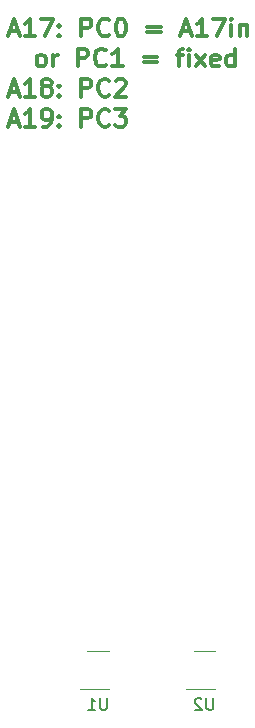
<source format=gbr>
G04 #@! TF.FileFunction,Legend,Bot*
%FSLAX46Y46*%
G04 Gerber Fmt 4.6, Leading zero omitted, Abs format (unit mm)*
G04 Created by KiCad (PCBNEW 4.0.7) date 05/26/18 16:35:29*
%MOMM*%
%LPD*%
G01*
G04 APERTURE LIST*
%ADD10C,0.100000*%
%ADD11C,0.300000*%
%ADD12C,0.120000*%
%ADD13C,0.150000*%
G04 APERTURE END LIST*
D10*
D11*
X88967274Y-98070720D02*
X89681560Y-98070720D01*
X88824417Y-98499291D02*
X89324417Y-96999291D01*
X89824417Y-98499291D01*
X91110131Y-98499291D02*
X90252988Y-98499291D01*
X90681560Y-98499291D02*
X90681560Y-96999291D01*
X90538703Y-97213577D01*
X90395845Y-97356434D01*
X90252988Y-97427863D01*
X91610131Y-96999291D02*
X92610131Y-96999291D01*
X91967274Y-98499291D01*
X93181559Y-98356434D02*
X93252987Y-98427863D01*
X93181559Y-98499291D01*
X93110130Y-98427863D01*
X93181559Y-98356434D01*
X93181559Y-98499291D01*
X93181559Y-97570720D02*
X93252987Y-97642149D01*
X93181559Y-97713577D01*
X93110130Y-97642149D01*
X93181559Y-97570720D01*
X93181559Y-97713577D01*
X95038702Y-98499291D02*
X95038702Y-96999291D01*
X95610130Y-96999291D01*
X95752988Y-97070720D01*
X95824416Y-97142149D01*
X95895845Y-97285006D01*
X95895845Y-97499291D01*
X95824416Y-97642149D01*
X95752988Y-97713577D01*
X95610130Y-97785006D01*
X95038702Y-97785006D01*
X97395845Y-98356434D02*
X97324416Y-98427863D01*
X97110130Y-98499291D01*
X96967273Y-98499291D01*
X96752988Y-98427863D01*
X96610130Y-98285006D01*
X96538702Y-98142149D01*
X96467273Y-97856434D01*
X96467273Y-97642149D01*
X96538702Y-97356434D01*
X96610130Y-97213577D01*
X96752988Y-97070720D01*
X96967273Y-96999291D01*
X97110130Y-96999291D01*
X97324416Y-97070720D01*
X97395845Y-97142149D01*
X98324416Y-96999291D02*
X98467273Y-96999291D01*
X98610130Y-97070720D01*
X98681559Y-97142149D01*
X98752988Y-97285006D01*
X98824416Y-97570720D01*
X98824416Y-97927863D01*
X98752988Y-98213577D01*
X98681559Y-98356434D01*
X98610130Y-98427863D01*
X98467273Y-98499291D01*
X98324416Y-98499291D01*
X98181559Y-98427863D01*
X98110130Y-98356434D01*
X98038702Y-98213577D01*
X97967273Y-97927863D01*
X97967273Y-97570720D01*
X98038702Y-97285006D01*
X98110130Y-97142149D01*
X98181559Y-97070720D01*
X98324416Y-96999291D01*
X100610130Y-97713577D02*
X101752987Y-97713577D01*
X101752987Y-98142149D02*
X100610130Y-98142149D01*
X103538701Y-98070720D02*
X104252987Y-98070720D01*
X103395844Y-98499291D02*
X103895844Y-96999291D01*
X104395844Y-98499291D01*
X105681558Y-98499291D02*
X104824415Y-98499291D01*
X105252987Y-98499291D02*
X105252987Y-96999291D01*
X105110130Y-97213577D01*
X104967272Y-97356434D01*
X104824415Y-97427863D01*
X106181558Y-96999291D02*
X107181558Y-96999291D01*
X106538701Y-98499291D01*
X107752986Y-98499291D02*
X107752986Y-97499291D01*
X107752986Y-96999291D02*
X107681557Y-97070720D01*
X107752986Y-97142149D01*
X107824414Y-97070720D01*
X107752986Y-96999291D01*
X107752986Y-97142149D01*
X108467272Y-97499291D02*
X108467272Y-98499291D01*
X108467272Y-97642149D02*
X108538700Y-97570720D01*
X108681558Y-97499291D01*
X108895843Y-97499291D01*
X109038700Y-97570720D01*
X109110129Y-97713577D01*
X109110129Y-98499291D01*
X91538703Y-101049291D02*
X91395845Y-100977863D01*
X91324417Y-100906434D01*
X91252988Y-100763577D01*
X91252988Y-100335006D01*
X91324417Y-100192149D01*
X91395845Y-100120720D01*
X91538703Y-100049291D01*
X91752988Y-100049291D01*
X91895845Y-100120720D01*
X91967274Y-100192149D01*
X92038703Y-100335006D01*
X92038703Y-100763577D01*
X91967274Y-100906434D01*
X91895845Y-100977863D01*
X91752988Y-101049291D01*
X91538703Y-101049291D01*
X92681560Y-101049291D02*
X92681560Y-100049291D01*
X92681560Y-100335006D02*
X92752988Y-100192149D01*
X92824417Y-100120720D01*
X92967274Y-100049291D01*
X93110131Y-100049291D01*
X94752988Y-101049291D02*
X94752988Y-99549291D01*
X95324416Y-99549291D01*
X95467274Y-99620720D01*
X95538702Y-99692149D01*
X95610131Y-99835006D01*
X95610131Y-100049291D01*
X95538702Y-100192149D01*
X95467274Y-100263577D01*
X95324416Y-100335006D01*
X94752988Y-100335006D01*
X97110131Y-100906434D02*
X97038702Y-100977863D01*
X96824416Y-101049291D01*
X96681559Y-101049291D01*
X96467274Y-100977863D01*
X96324416Y-100835006D01*
X96252988Y-100692149D01*
X96181559Y-100406434D01*
X96181559Y-100192149D01*
X96252988Y-99906434D01*
X96324416Y-99763577D01*
X96467274Y-99620720D01*
X96681559Y-99549291D01*
X96824416Y-99549291D01*
X97038702Y-99620720D01*
X97110131Y-99692149D01*
X98538702Y-101049291D02*
X97681559Y-101049291D01*
X98110131Y-101049291D02*
X98110131Y-99549291D01*
X97967274Y-99763577D01*
X97824416Y-99906434D01*
X97681559Y-99977863D01*
X100324416Y-100263577D02*
X101467273Y-100263577D01*
X101467273Y-100692149D02*
X100324416Y-100692149D01*
X103110130Y-100049291D02*
X103681559Y-100049291D01*
X103324416Y-101049291D02*
X103324416Y-99763577D01*
X103395844Y-99620720D01*
X103538702Y-99549291D01*
X103681559Y-99549291D01*
X104181559Y-101049291D02*
X104181559Y-100049291D01*
X104181559Y-99549291D02*
X104110130Y-99620720D01*
X104181559Y-99692149D01*
X104252987Y-99620720D01*
X104181559Y-99549291D01*
X104181559Y-99692149D01*
X104752988Y-101049291D02*
X105538702Y-100049291D01*
X104752988Y-100049291D02*
X105538702Y-101049291D01*
X106681559Y-100977863D02*
X106538702Y-101049291D01*
X106252988Y-101049291D01*
X106110131Y-100977863D01*
X106038702Y-100835006D01*
X106038702Y-100263577D01*
X106110131Y-100120720D01*
X106252988Y-100049291D01*
X106538702Y-100049291D01*
X106681559Y-100120720D01*
X106752988Y-100263577D01*
X106752988Y-100406434D01*
X106038702Y-100549291D01*
X108038702Y-101049291D02*
X108038702Y-99549291D01*
X108038702Y-100977863D02*
X107895845Y-101049291D01*
X107610131Y-101049291D01*
X107467273Y-100977863D01*
X107395845Y-100906434D01*
X107324416Y-100763577D01*
X107324416Y-100335006D01*
X107395845Y-100192149D01*
X107467273Y-100120720D01*
X107610131Y-100049291D01*
X107895845Y-100049291D01*
X108038702Y-100120720D01*
X88967274Y-103170720D02*
X89681560Y-103170720D01*
X88824417Y-103599291D02*
X89324417Y-102099291D01*
X89824417Y-103599291D01*
X91110131Y-103599291D02*
X90252988Y-103599291D01*
X90681560Y-103599291D02*
X90681560Y-102099291D01*
X90538703Y-102313577D01*
X90395845Y-102456434D01*
X90252988Y-102527863D01*
X91967274Y-102742149D02*
X91824416Y-102670720D01*
X91752988Y-102599291D01*
X91681559Y-102456434D01*
X91681559Y-102385006D01*
X91752988Y-102242149D01*
X91824416Y-102170720D01*
X91967274Y-102099291D01*
X92252988Y-102099291D01*
X92395845Y-102170720D01*
X92467274Y-102242149D01*
X92538702Y-102385006D01*
X92538702Y-102456434D01*
X92467274Y-102599291D01*
X92395845Y-102670720D01*
X92252988Y-102742149D01*
X91967274Y-102742149D01*
X91824416Y-102813577D01*
X91752988Y-102885006D01*
X91681559Y-103027863D01*
X91681559Y-103313577D01*
X91752988Y-103456434D01*
X91824416Y-103527863D01*
X91967274Y-103599291D01*
X92252988Y-103599291D01*
X92395845Y-103527863D01*
X92467274Y-103456434D01*
X92538702Y-103313577D01*
X92538702Y-103027863D01*
X92467274Y-102885006D01*
X92395845Y-102813577D01*
X92252988Y-102742149D01*
X93181559Y-103456434D02*
X93252987Y-103527863D01*
X93181559Y-103599291D01*
X93110130Y-103527863D01*
X93181559Y-103456434D01*
X93181559Y-103599291D01*
X93181559Y-102670720D02*
X93252987Y-102742149D01*
X93181559Y-102813577D01*
X93110130Y-102742149D01*
X93181559Y-102670720D01*
X93181559Y-102813577D01*
X95038702Y-103599291D02*
X95038702Y-102099291D01*
X95610130Y-102099291D01*
X95752988Y-102170720D01*
X95824416Y-102242149D01*
X95895845Y-102385006D01*
X95895845Y-102599291D01*
X95824416Y-102742149D01*
X95752988Y-102813577D01*
X95610130Y-102885006D01*
X95038702Y-102885006D01*
X97395845Y-103456434D02*
X97324416Y-103527863D01*
X97110130Y-103599291D01*
X96967273Y-103599291D01*
X96752988Y-103527863D01*
X96610130Y-103385006D01*
X96538702Y-103242149D01*
X96467273Y-102956434D01*
X96467273Y-102742149D01*
X96538702Y-102456434D01*
X96610130Y-102313577D01*
X96752988Y-102170720D01*
X96967273Y-102099291D01*
X97110130Y-102099291D01*
X97324416Y-102170720D01*
X97395845Y-102242149D01*
X97967273Y-102242149D02*
X98038702Y-102170720D01*
X98181559Y-102099291D01*
X98538702Y-102099291D01*
X98681559Y-102170720D01*
X98752988Y-102242149D01*
X98824416Y-102385006D01*
X98824416Y-102527863D01*
X98752988Y-102742149D01*
X97895845Y-103599291D01*
X98824416Y-103599291D01*
X88967274Y-105720720D02*
X89681560Y-105720720D01*
X88824417Y-106149291D02*
X89324417Y-104649291D01*
X89824417Y-106149291D01*
X91110131Y-106149291D02*
X90252988Y-106149291D01*
X90681560Y-106149291D02*
X90681560Y-104649291D01*
X90538703Y-104863577D01*
X90395845Y-105006434D01*
X90252988Y-105077863D01*
X91824416Y-106149291D02*
X92110131Y-106149291D01*
X92252988Y-106077863D01*
X92324416Y-106006434D01*
X92467274Y-105792149D01*
X92538702Y-105506434D01*
X92538702Y-104935006D01*
X92467274Y-104792149D01*
X92395845Y-104720720D01*
X92252988Y-104649291D01*
X91967274Y-104649291D01*
X91824416Y-104720720D01*
X91752988Y-104792149D01*
X91681559Y-104935006D01*
X91681559Y-105292149D01*
X91752988Y-105435006D01*
X91824416Y-105506434D01*
X91967274Y-105577863D01*
X92252988Y-105577863D01*
X92395845Y-105506434D01*
X92467274Y-105435006D01*
X92538702Y-105292149D01*
X93181559Y-106006434D02*
X93252987Y-106077863D01*
X93181559Y-106149291D01*
X93110130Y-106077863D01*
X93181559Y-106006434D01*
X93181559Y-106149291D01*
X93181559Y-105220720D02*
X93252987Y-105292149D01*
X93181559Y-105363577D01*
X93110130Y-105292149D01*
X93181559Y-105220720D01*
X93181559Y-105363577D01*
X95038702Y-106149291D02*
X95038702Y-104649291D01*
X95610130Y-104649291D01*
X95752988Y-104720720D01*
X95824416Y-104792149D01*
X95895845Y-104935006D01*
X95895845Y-105149291D01*
X95824416Y-105292149D01*
X95752988Y-105363577D01*
X95610130Y-105435006D01*
X95038702Y-105435006D01*
X97395845Y-106006434D02*
X97324416Y-106077863D01*
X97110130Y-106149291D01*
X96967273Y-106149291D01*
X96752988Y-106077863D01*
X96610130Y-105935006D01*
X96538702Y-105792149D01*
X96467273Y-105506434D01*
X96467273Y-105292149D01*
X96538702Y-105006434D01*
X96610130Y-104863577D01*
X96752988Y-104720720D01*
X96967273Y-104649291D01*
X97110130Y-104649291D01*
X97324416Y-104720720D01*
X97395845Y-104792149D01*
X97895845Y-104649291D02*
X98824416Y-104649291D01*
X98324416Y-105220720D01*
X98538702Y-105220720D01*
X98681559Y-105292149D01*
X98752988Y-105363577D01*
X98824416Y-105506434D01*
X98824416Y-105863577D01*
X98752988Y-106006434D01*
X98681559Y-106077863D01*
X98538702Y-106149291D01*
X98110130Y-106149291D01*
X97967273Y-106077863D01*
X97895845Y-106006434D01*
D12*
X95548880Y-150551240D02*
X97348880Y-150551240D01*
X97348880Y-153771240D02*
X94898880Y-153771240D01*
X104545560Y-150551240D02*
X106345560Y-150551240D01*
X106345560Y-153771240D02*
X103895560Y-153771240D01*
D13*
X97210785Y-154513621D02*
X97210785Y-155323145D01*
X97163166Y-155418383D01*
X97115547Y-155466002D01*
X97020309Y-155513621D01*
X96829832Y-155513621D01*
X96734594Y-155466002D01*
X96686975Y-155418383D01*
X96639356Y-155323145D01*
X96639356Y-154513621D01*
X95639356Y-155513621D02*
X96210785Y-155513621D01*
X95925071Y-155513621D02*
X95925071Y-154513621D01*
X96020309Y-154656478D01*
X96115547Y-154751716D01*
X96210785Y-154799335D01*
X106207465Y-154513621D02*
X106207465Y-155323145D01*
X106159846Y-155418383D01*
X106112227Y-155466002D01*
X106016989Y-155513621D01*
X105826512Y-155513621D01*
X105731274Y-155466002D01*
X105683655Y-155418383D01*
X105636036Y-155323145D01*
X105636036Y-154513621D01*
X105207465Y-154608859D02*
X105159846Y-154561240D01*
X105064608Y-154513621D01*
X104826512Y-154513621D01*
X104731274Y-154561240D01*
X104683655Y-154608859D01*
X104636036Y-154704097D01*
X104636036Y-154799335D01*
X104683655Y-154942192D01*
X105255084Y-155513621D01*
X104636036Y-155513621D01*
M02*

</source>
